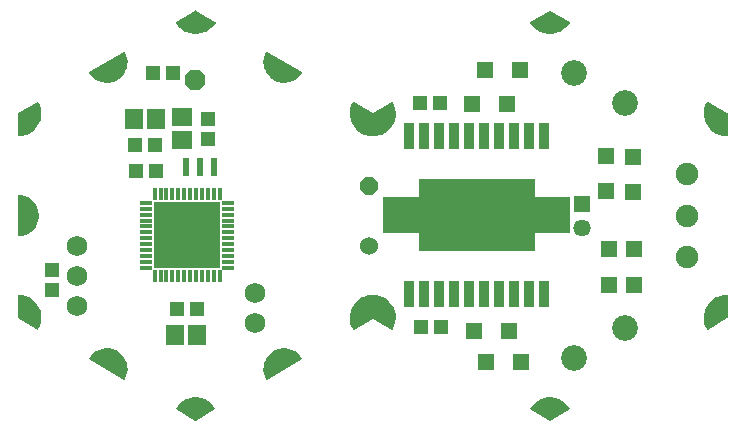
<source format=gbr>
G04 EAGLE Gerber RS-274X export*
G75*
%MOMM*%
%FSLAX34Y34*%
%LPD*%
%INSoldermask Bottom*%
%IPPOS*%
%AMOC8*
5,1,8,0,0,1.08239X$1,22.5*%
G01*
%ADD10R,0.603200X1.603197*%
%ADD11C,1.203200*%
%ADD12R,0.457200X1.016000*%
%ADD13R,1.016000X0.457200*%
%ADD14R,5.588000X5.588000*%
%ADD15P,1.869504X8X22.500000*%
%ADD16R,1.303200X1.203200*%
%ADD17R,1.703200X1.503200*%
%ADD18R,1.503200X1.703200*%
%ADD19C,1.727200*%
%ADD20R,0.903200X2.203200*%
%ADD21R,9.803200X6.203200*%
%ADD22R,3.253200X3.103200*%
%ADD23R,1.323200X1.443200*%
%ADD24C,1.903200*%
%ADD25R,1.443200X1.323200*%
%ADD26C,2.184400*%
%ADD27P,1.649562X8X112.500000*%
%ADD28C,1.524000*%
%ADD29R,1.461200X1.461200*%
%ADD30C,1.461200*%

G36*
X299252Y270303D02*
X299252Y270303D01*
X299265Y270302D01*
X302315Y270545D01*
X302347Y270554D01*
X302394Y270558D01*
X305366Y271286D01*
X305397Y271301D01*
X305442Y271312D01*
X305506Y271339D01*
X306682Y271838D01*
X307857Y272337D01*
X307858Y272337D01*
X308259Y272508D01*
X308287Y272527D01*
X308330Y272545D01*
X310918Y274177D01*
X310942Y274201D01*
X310982Y274225D01*
X313275Y276252D01*
X313295Y276279D01*
X313331Y276310D01*
X315269Y278678D01*
X315285Y278708D01*
X315314Y278744D01*
X316848Y281392D01*
X316858Y281424D01*
X316882Y281464D01*
X316935Y281604D01*
X317695Y283601D01*
X317885Y284100D01*
X317971Y284324D01*
X317976Y284357D01*
X317993Y284401D01*
X318609Y287398D01*
X318609Y287432D01*
X318618Y287478D01*
X318745Y290535D01*
X318740Y290569D01*
X318742Y290616D01*
X318377Y293654D01*
X318366Y293686D01*
X318361Y293732D01*
X317513Y296672D01*
X317497Y296702D01*
X317485Y296748D01*
X316176Y299514D01*
X316159Y299536D01*
X316149Y299563D01*
X316100Y299615D01*
X316057Y299673D01*
X316032Y299687D01*
X316013Y299708D01*
X315947Y299737D01*
X315885Y299773D01*
X315857Y299776D01*
X315831Y299788D01*
X315759Y299789D01*
X315688Y299798D01*
X315661Y299790D01*
X315632Y299791D01*
X315537Y299755D01*
X315497Y299744D01*
X315488Y299737D01*
X315476Y299733D01*
X299225Y290376D01*
X282974Y299733D01*
X282947Y299742D01*
X282923Y299758D01*
X282853Y299773D01*
X282785Y299796D01*
X282757Y299793D01*
X282729Y299799D01*
X282659Y299786D01*
X282587Y299780D01*
X282562Y299767D01*
X282534Y299761D01*
X282474Y299721D01*
X282411Y299688D01*
X282393Y299666D01*
X282369Y299650D01*
X282311Y299567D01*
X282284Y299535D01*
X282281Y299524D01*
X282274Y299514D01*
X280965Y296748D01*
X280957Y296715D01*
X280937Y296672D01*
X280089Y293732D01*
X280086Y293698D01*
X280073Y293654D01*
X279708Y290616D01*
X279711Y290582D01*
X279705Y290535D01*
X279832Y287478D01*
X279840Y287445D01*
X279841Y287398D01*
X280457Y284401D01*
X280470Y284370D01*
X280480Y284324D01*
X281568Y281464D01*
X281586Y281436D01*
X281603Y281392D01*
X283136Y278744D01*
X283158Y278718D01*
X283181Y278678D01*
X285119Y276310D01*
X285146Y276288D01*
X285175Y276252D01*
X287468Y274225D01*
X287497Y274209D01*
X287532Y274177D01*
X290120Y272545D01*
X290152Y272533D01*
X290191Y272508D01*
X293008Y271312D01*
X293041Y271305D01*
X293084Y271286D01*
X296056Y270558D01*
X296090Y270556D01*
X296135Y270545D01*
X299185Y270302D01*
X299214Y270306D01*
X299242Y270301D01*
X299252Y270303D01*
G37*
G36*
X315792Y106615D02*
X315792Y106615D01*
X315863Y106620D01*
X315888Y106633D01*
X315916Y106639D01*
X315976Y106679D01*
X316039Y106712D01*
X316057Y106734D01*
X316081Y106750D01*
X316139Y106833D01*
X316166Y106865D01*
X316169Y106876D01*
X316176Y106887D01*
X317485Y109653D01*
X317493Y109686D01*
X317513Y109728D01*
X318361Y112668D01*
X318364Y112702D01*
X318377Y112746D01*
X318742Y115784D01*
X318739Y115818D01*
X318745Y115865D01*
X318618Y118922D01*
X318610Y118955D01*
X318609Y119002D01*
X317993Y121999D01*
X317980Y122030D01*
X317971Y122076D01*
X316882Y124936D01*
X316864Y124965D01*
X316848Y125008D01*
X315314Y127656D01*
X315292Y127682D01*
X315269Y127723D01*
X313331Y130090D01*
X313304Y130112D01*
X313275Y130148D01*
X310982Y132175D01*
X310953Y132192D01*
X310918Y132223D01*
X308330Y133855D01*
X308298Y133867D01*
X308259Y133892D01*
X305442Y135088D01*
X305409Y135095D01*
X305366Y135114D01*
X302394Y135842D01*
X302360Y135844D01*
X302315Y135855D01*
X299265Y136098D01*
X299236Y136094D01*
X299208Y136099D01*
X299198Y136097D01*
X299185Y136098D01*
X296135Y135855D01*
X296103Y135846D01*
X296056Y135842D01*
X293084Y135114D01*
X293053Y135099D01*
X293008Y135088D01*
X292843Y135018D01*
X291668Y134519D01*
X290492Y134020D01*
X290191Y133892D01*
X290163Y133873D01*
X290120Y133855D01*
X287532Y132223D01*
X287508Y132199D01*
X287468Y132175D01*
X285175Y130148D01*
X285155Y130121D01*
X285119Y130090D01*
X283181Y127723D01*
X283165Y127692D01*
X283136Y127656D01*
X281603Y125008D01*
X281592Y124976D01*
X281568Y124936D01*
X280480Y122076D01*
X280474Y122043D01*
X280457Y121999D01*
X279841Y119002D01*
X279841Y118968D01*
X279832Y118922D01*
X279705Y115865D01*
X279710Y115831D01*
X279708Y115784D01*
X280073Y112746D01*
X280084Y112714D01*
X280089Y112668D01*
X280937Y109728D01*
X280953Y109698D01*
X280965Y109653D01*
X282274Y106887D01*
X282291Y106864D01*
X282301Y106837D01*
X282350Y106785D01*
X282393Y106727D01*
X282418Y106713D01*
X282437Y106692D01*
X282503Y106663D01*
X282565Y106627D01*
X282593Y106624D01*
X282619Y106612D01*
X282691Y106611D01*
X282762Y106602D01*
X282789Y106610D01*
X282818Y106610D01*
X282913Y106645D01*
X282953Y106656D01*
X282962Y106663D01*
X282974Y106667D01*
X299225Y116024D01*
X315476Y106667D01*
X315503Y106658D01*
X315527Y106642D01*
X315597Y106627D01*
X315665Y106604D01*
X315693Y106607D01*
X315721Y106601D01*
X315792Y106615D01*
G37*
G36*
X-748Y185704D02*
X-748Y185704D01*
X-734Y185702D01*
X2064Y185934D01*
X2098Y185944D01*
X2146Y185948D01*
X4867Y186637D01*
X4899Y186652D01*
X4945Y186664D01*
X7517Y187792D01*
X7545Y187812D01*
X7589Y187831D01*
X9940Y189367D01*
X9964Y189391D01*
X10005Y189417D01*
X12070Y191319D01*
X12083Y191336D01*
X12095Y191345D01*
X12106Y191361D01*
X12126Y191380D01*
X13851Y193595D01*
X13866Y193626D01*
X13896Y193664D01*
X15232Y196134D01*
X15242Y196167D01*
X15265Y196209D01*
X16177Y198865D01*
X16182Y198899D01*
X16197Y198945D01*
X16659Y201714D01*
X16658Y201749D01*
X16666Y201796D01*
X16666Y204604D01*
X16659Y204638D01*
X16659Y204686D01*
X16197Y207455D01*
X16185Y207488D01*
X16177Y207535D01*
X15265Y210191D01*
X15248Y210221D01*
X15232Y210266D01*
X13896Y212736D01*
X13874Y212762D01*
X13851Y212805D01*
X12126Y215020D01*
X12100Y215043D01*
X12070Y215081D01*
X10005Y216983D01*
X9975Y217001D01*
X9940Y217033D01*
X7589Y218569D01*
X7557Y218582D01*
X7517Y218608D01*
X4945Y219736D01*
X4912Y219743D01*
X4867Y219763D01*
X2146Y220452D01*
X2111Y220454D01*
X2064Y220466D01*
X-734Y220698D01*
X-763Y220694D01*
X-792Y220699D01*
X-861Y220683D01*
X-931Y220674D01*
X-957Y220660D01*
X-985Y220653D01*
X-1042Y220611D01*
X-1104Y220576D01*
X-1122Y220552D01*
X-1145Y220535D01*
X-1181Y220474D01*
X-1224Y220417D01*
X-1232Y220389D01*
X-1247Y220364D01*
X-1263Y220266D01*
X-1274Y220225D01*
X-1272Y220214D01*
X-1274Y220200D01*
X-1274Y186200D01*
X-1268Y186171D01*
X-1271Y186142D01*
X-1249Y186075D01*
X-1235Y186005D01*
X-1218Y185981D01*
X-1209Y185953D01*
X-1162Y185900D01*
X-1122Y185841D01*
X-1098Y185826D01*
X-1078Y185804D01*
X-1014Y185772D01*
X-955Y185734D01*
X-926Y185729D01*
X-900Y185717D01*
X-800Y185708D01*
X-758Y185701D01*
X-748Y185704D01*
G37*
G36*
X88991Y64314D02*
X88991Y64314D01*
X89062Y64320D01*
X89088Y64333D01*
X89116Y64339D01*
X89175Y64379D01*
X89238Y64411D01*
X89257Y64434D01*
X89281Y64450D01*
X89338Y64532D01*
X89365Y64565D01*
X89368Y64575D01*
X89376Y64587D01*
X90575Y67122D01*
X90583Y67156D01*
X90604Y67199D01*
X91369Y69897D01*
X91371Y69932D01*
X91385Y69978D01*
X91695Y72766D01*
X91692Y72794D01*
X91694Y72805D01*
X91693Y72810D01*
X91697Y72848D01*
X91545Y75648D01*
X91536Y75682D01*
X91533Y75730D01*
X90922Y78467D01*
X90908Y78499D01*
X90897Y78546D01*
X89844Y81145D01*
X89825Y81174D01*
X89807Y81218D01*
X88340Y83609D01*
X88316Y83634D01*
X88291Y83675D01*
X86450Y85791D01*
X86423Y85812D01*
X86391Y85849D01*
X84228Y87633D01*
X84197Y87649D01*
X84160Y87680D01*
X81732Y89084D01*
X81699Y89095D01*
X81657Y89119D01*
X79032Y90104D01*
X78997Y90110D01*
X78952Y90127D01*
X76200Y90666D01*
X76166Y90666D01*
X76118Y90675D01*
X73315Y90754D01*
X73281Y90749D01*
X73233Y90750D01*
X70454Y90367D01*
X70422Y90355D01*
X70374Y90349D01*
X67697Y89513D01*
X67666Y89496D01*
X67620Y89482D01*
X65117Y88218D01*
X65090Y88196D01*
X65047Y88174D01*
X62786Y86515D01*
X62763Y86489D01*
X62724Y86461D01*
X60767Y84452D01*
X60748Y84423D01*
X60714Y84388D01*
X59115Y82085D01*
X59103Y82058D01*
X59085Y82035D01*
X59064Y81967D01*
X59036Y81902D01*
X59036Y81873D01*
X59028Y81845D01*
X59036Y81774D01*
X59035Y81703D01*
X59046Y81676D01*
X59050Y81647D01*
X59084Y81585D01*
X59112Y81520D01*
X59133Y81499D01*
X59147Y81474D01*
X59223Y81411D01*
X59254Y81381D01*
X59264Y81377D01*
X59275Y81368D01*
X88675Y64368D01*
X88703Y64359D01*
X88727Y64342D01*
X88796Y64327D01*
X88864Y64305D01*
X88893Y64307D01*
X88921Y64301D01*
X88991Y64314D01*
G37*
G36*
X76118Y315725D02*
X76118Y315725D01*
X76152Y315733D01*
X76200Y315734D01*
X78952Y316273D01*
X78984Y316287D01*
X79032Y316296D01*
X81657Y317281D01*
X81687Y317299D01*
X81732Y317316D01*
X84160Y318720D01*
X84186Y318743D01*
X84228Y318767D01*
X86391Y320551D01*
X86413Y320578D01*
X86450Y320609D01*
X88291Y322725D01*
X88308Y322755D01*
X88340Y322791D01*
X89807Y325182D01*
X89818Y325214D01*
X89844Y325255D01*
X90897Y327854D01*
X90904Y327888D01*
X90922Y327933D01*
X91533Y330670D01*
X91534Y330705D01*
X91545Y330752D01*
X91697Y333552D01*
X91692Y333586D01*
X91695Y333634D01*
X91385Y336422D01*
X91374Y336455D01*
X91369Y336503D01*
X90604Y339201D01*
X90588Y339231D01*
X90575Y339278D01*
X89376Y341813D01*
X89359Y341837D01*
X89349Y341864D01*
X89300Y341916D01*
X89257Y341973D01*
X89232Y341987D01*
X89212Y342009D01*
X89147Y342037D01*
X89086Y342073D01*
X89057Y342076D01*
X89030Y342088D01*
X88959Y342089D01*
X88888Y342098D01*
X88860Y342090D01*
X88831Y342090D01*
X88738Y342056D01*
X88697Y342044D01*
X88688Y342037D01*
X88675Y342032D01*
X59275Y325032D01*
X59253Y325013D01*
X59227Y325000D01*
X59179Y324947D01*
X59126Y324900D01*
X59114Y324874D01*
X59094Y324852D01*
X59071Y324785D01*
X59041Y324721D01*
X59039Y324692D01*
X59030Y324664D01*
X59035Y324593D01*
X59032Y324522D01*
X59042Y324495D01*
X59044Y324466D01*
X59086Y324376D01*
X59101Y324336D01*
X59109Y324328D01*
X59115Y324315D01*
X60714Y322012D01*
X60740Y321988D01*
X60767Y321948D01*
X62724Y319939D01*
X62753Y319920D01*
X62786Y319885D01*
X65047Y318226D01*
X65078Y318211D01*
X65117Y318182D01*
X67620Y316918D01*
X67654Y316909D01*
X67697Y316887D01*
X70374Y316051D01*
X70408Y316048D01*
X70454Y316033D01*
X73233Y315650D01*
X73267Y315652D01*
X73315Y315646D01*
X76118Y315725D01*
G37*
G36*
X209590Y64310D02*
X209590Y64310D01*
X209619Y64310D01*
X209712Y64344D01*
X209753Y64356D01*
X209762Y64363D01*
X209775Y64368D01*
X239175Y81368D01*
X239197Y81387D01*
X239223Y81400D01*
X239271Y81453D01*
X239324Y81500D01*
X239336Y81526D01*
X239356Y81548D01*
X239379Y81615D01*
X239409Y81679D01*
X239411Y81708D01*
X239420Y81736D01*
X239415Y81807D01*
X239418Y81878D01*
X239408Y81905D01*
X239406Y81934D01*
X239364Y82024D01*
X239349Y82064D01*
X239341Y82072D01*
X239335Y82085D01*
X237736Y84388D01*
X237711Y84412D01*
X237683Y84452D01*
X235726Y86461D01*
X235697Y86480D01*
X235664Y86515D01*
X233403Y88174D01*
X233372Y88189D01*
X233333Y88218D01*
X230830Y89482D01*
X230796Y89491D01*
X230753Y89513D01*
X228076Y90349D01*
X228042Y90352D01*
X227996Y90367D01*
X225217Y90750D01*
X225183Y90748D01*
X225135Y90754D01*
X222332Y90675D01*
X222298Y90667D01*
X222250Y90666D01*
X219498Y90127D01*
X219466Y90113D01*
X219418Y90104D01*
X216793Y89119D01*
X216763Y89101D01*
X216718Y89084D01*
X214290Y87680D01*
X214264Y87657D01*
X214223Y87633D01*
X212059Y85849D01*
X212037Y85822D01*
X212000Y85791D01*
X210159Y83675D01*
X210142Y83645D01*
X210111Y83609D01*
X208643Y81218D01*
X208632Y81186D01*
X208606Y81145D01*
X207553Y78546D01*
X207546Y78512D01*
X207528Y78467D01*
X206917Y75730D01*
X206916Y75695D01*
X206905Y75648D01*
X206753Y72848D01*
X206758Y72814D01*
X206755Y72766D01*
X207065Y69978D01*
X207076Y69945D01*
X207081Y69897D01*
X207846Y67199D01*
X207862Y67169D01*
X207875Y67122D01*
X209074Y64587D01*
X209091Y64563D01*
X209101Y64536D01*
X209150Y64484D01*
X209193Y64427D01*
X209218Y64413D01*
X209238Y64392D01*
X209303Y64363D01*
X209365Y64327D01*
X209393Y64324D01*
X209420Y64312D01*
X209491Y64311D01*
X209562Y64302D01*
X209590Y64310D01*
G37*
G36*
X225169Y315652D02*
X225169Y315652D01*
X225217Y315650D01*
X227996Y316033D01*
X228028Y316045D01*
X228076Y316051D01*
X230753Y316887D01*
X230784Y316904D01*
X230830Y316918D01*
X233333Y318182D01*
X233360Y318204D01*
X233403Y318226D01*
X235664Y319885D01*
X235687Y319911D01*
X235726Y319939D01*
X237683Y321948D01*
X237702Y321977D01*
X237736Y322012D01*
X239335Y324315D01*
X239347Y324342D01*
X239365Y324365D01*
X239386Y324433D01*
X239414Y324498D01*
X239414Y324527D01*
X239422Y324555D01*
X239414Y324626D01*
X239415Y324697D01*
X239404Y324724D01*
X239400Y324753D01*
X239366Y324815D01*
X239338Y324880D01*
X239317Y324901D01*
X239303Y324926D01*
X239227Y324989D01*
X239196Y325019D01*
X239186Y325023D01*
X239175Y325032D01*
X209775Y342032D01*
X209747Y342041D01*
X209723Y342058D01*
X209654Y342073D01*
X209586Y342095D01*
X209557Y342093D01*
X209529Y342099D01*
X209459Y342086D01*
X209388Y342080D01*
X209362Y342067D01*
X209334Y342061D01*
X209275Y342021D01*
X209212Y341989D01*
X209193Y341966D01*
X209169Y341950D01*
X209112Y341868D01*
X209085Y341835D01*
X209082Y341825D01*
X209074Y341813D01*
X207875Y339278D01*
X207867Y339244D01*
X207846Y339201D01*
X207081Y336503D01*
X207079Y336468D01*
X207065Y336422D01*
X206755Y333634D01*
X206757Y333607D01*
X206757Y333602D01*
X206758Y333597D01*
X206753Y333552D01*
X206905Y330752D01*
X206914Y330718D01*
X206917Y330670D01*
X207528Y327933D01*
X207542Y327901D01*
X207553Y327854D01*
X208606Y325255D01*
X208625Y325226D01*
X208643Y325182D01*
X210111Y322791D01*
X210134Y322766D01*
X210159Y322725D01*
X212000Y320609D01*
X212027Y320588D01*
X212059Y320551D01*
X214223Y318767D01*
X214253Y318751D01*
X214290Y318720D01*
X216718Y317316D01*
X216751Y317305D01*
X216793Y317281D01*
X219418Y316296D01*
X219453Y316290D01*
X219498Y316273D01*
X222250Y315734D01*
X222285Y315734D01*
X222332Y315725D01*
X225135Y315646D01*
X225169Y315652D01*
G37*
G36*
X-767Y270264D02*
X-767Y270264D01*
X-753Y270263D01*
X2303Y270510D01*
X2336Y270519D01*
X2382Y270523D01*
X5359Y271256D01*
X5390Y271271D01*
X5436Y271282D01*
X8257Y272484D01*
X8284Y272503D01*
X8328Y272521D01*
X10919Y274160D01*
X10944Y274183D01*
X10983Y274208D01*
X13278Y276241D01*
X13299Y276268D01*
X13334Y276299D01*
X15273Y278674D01*
X15289Y278704D01*
X15319Y278740D01*
X16852Y281396D01*
X16863Y281428D01*
X16887Y281468D01*
X17974Y284335D01*
X17979Y284369D01*
X17996Y284413D01*
X18609Y287417D01*
X18610Y287451D01*
X18619Y287497D01*
X18743Y290560D01*
X18737Y290594D01*
X18739Y290640D01*
X18370Y293684D01*
X18359Y293717D01*
X18354Y293763D01*
X17501Y296708D01*
X17485Y296738D01*
X17472Y296783D01*
X16158Y299553D01*
X16140Y299577D01*
X16130Y299604D01*
X16081Y299656D01*
X16038Y299713D01*
X16013Y299727D01*
X15993Y299748D01*
X15928Y299777D01*
X15866Y299812D01*
X15838Y299816D01*
X15811Y299828D01*
X15740Y299828D01*
X15669Y299837D01*
X15641Y299829D01*
X15612Y299830D01*
X15519Y299795D01*
X15478Y299783D01*
X15469Y299776D01*
X15457Y299771D01*
X-1021Y290232D01*
X-1078Y290181D01*
X-1140Y290136D01*
X-1152Y290116D01*
X-1170Y290100D01*
X-1203Y290031D01*
X-1242Y289965D01*
X-1246Y289939D01*
X-1255Y289921D01*
X-1257Y289876D01*
X-1270Y289801D01*
X-1293Y270761D01*
X-1287Y270733D01*
X-1289Y270704D01*
X-1267Y270636D01*
X-1253Y270566D01*
X-1237Y270542D01*
X-1228Y270515D01*
X-1181Y270461D01*
X-1141Y270402D01*
X-1117Y270387D01*
X-1098Y270365D01*
X-1033Y270333D01*
X-973Y270295D01*
X-945Y270290D01*
X-919Y270277D01*
X-819Y270269D01*
X-777Y270262D01*
X-767Y270264D01*
G37*
G36*
X15772Y106575D02*
X15772Y106575D01*
X15843Y106580D01*
X15869Y106594D01*
X15897Y106599D01*
X15957Y106639D01*
X16020Y106672D01*
X16038Y106694D01*
X16062Y106710D01*
X16120Y106792D01*
X16147Y106825D01*
X16150Y106835D01*
X16158Y106847D01*
X17472Y109617D01*
X17480Y109650D01*
X17501Y109692D01*
X18354Y112637D01*
X18356Y112671D01*
X18370Y112716D01*
X18739Y115760D01*
X18737Y115793D01*
X18743Y115840D01*
X18619Y118904D01*
X18611Y118936D01*
X18609Y118983D01*
X17996Y121988D01*
X17983Y122019D01*
X17974Y122065D01*
X16887Y124932D01*
X16868Y124960D01*
X16852Y125004D01*
X15319Y127660D01*
X15296Y127685D01*
X15273Y127726D01*
X13334Y130101D01*
X13308Y130122D01*
X13278Y130159D01*
X10983Y132192D01*
X10954Y132209D01*
X10919Y132240D01*
X8328Y133879D01*
X8296Y133891D01*
X8257Y133916D01*
X5436Y135118D01*
X5402Y135125D01*
X5359Y135144D01*
X2382Y135877D01*
X2348Y135879D01*
X2303Y135890D01*
X-753Y136137D01*
X-782Y136134D01*
X-810Y136138D01*
X-880Y136122D01*
X-951Y136113D01*
X-976Y136099D01*
X-1004Y136092D01*
X-1061Y136050D01*
X-1123Y136014D01*
X-1141Y135991D01*
X-1164Y135974D01*
X-1200Y135913D01*
X-1243Y135856D01*
X-1250Y135828D01*
X-1265Y135803D01*
X-1282Y135704D01*
X-1292Y135663D01*
X-1290Y135652D01*
X-1293Y135639D01*
X-1270Y116599D01*
X-1254Y116524D01*
X-1246Y116448D01*
X-1235Y116427D01*
X-1230Y116405D01*
X-1186Y116341D01*
X-1149Y116274D01*
X-1129Y116258D01*
X-1117Y116241D01*
X-1080Y116217D01*
X-1021Y116168D01*
X15457Y106629D01*
X15484Y106619D01*
X15508Y106603D01*
X15577Y106588D01*
X15645Y106565D01*
X15674Y106567D01*
X15702Y106561D01*
X15772Y106575D01*
G37*
G36*
X449241Y29511D02*
X449241Y29511D01*
X449318Y29510D01*
X449342Y29519D01*
X449363Y29520D01*
X449402Y29541D01*
X449474Y29567D01*
X465974Y39067D01*
X465996Y39086D01*
X466022Y39099D01*
X466056Y39137D01*
X466059Y39139D01*
X466062Y39143D01*
X466070Y39152D01*
X466123Y39199D01*
X466136Y39225D01*
X466155Y39247D01*
X466178Y39314D01*
X466209Y39378D01*
X466211Y39407D01*
X466220Y39434D01*
X466215Y39506D01*
X466218Y39577D01*
X466208Y39604D01*
X466206Y39633D01*
X466164Y39723D01*
X466149Y39763D01*
X466142Y39771D01*
X466136Y39784D01*
X464394Y42307D01*
X464370Y42331D01*
X464343Y42369D01*
X462219Y44581D01*
X462191Y44600D01*
X462159Y44634D01*
X459708Y46476D01*
X459677Y46490D01*
X459640Y46519D01*
X456925Y47944D01*
X456892Y47953D01*
X456851Y47975D01*
X453943Y48946D01*
X453916Y48949D01*
X453907Y48951D01*
X453865Y48965D01*
X450838Y49457D01*
X450804Y49456D01*
X450758Y49464D01*
X447692Y49464D01*
X447659Y49457D01*
X447612Y49457D01*
X444585Y48965D01*
X444554Y48953D01*
X444507Y48946D01*
X441599Y47975D01*
X441570Y47958D01*
X441525Y47944D01*
X438810Y46519D01*
X438784Y46497D01*
X438742Y46476D01*
X436291Y44634D01*
X436268Y44609D01*
X436231Y44581D01*
X434107Y42369D01*
X434089Y42341D01*
X434056Y42307D01*
X432314Y39784D01*
X432303Y39757D01*
X432284Y39735D01*
X432264Y39666D01*
X432236Y39601D01*
X432236Y39572D01*
X432228Y39544D01*
X432236Y39473D01*
X432236Y39402D01*
X432247Y39375D01*
X432250Y39346D01*
X432285Y39284D01*
X432313Y39219D01*
X432333Y39198D01*
X432348Y39173D01*
X432411Y39121D01*
X432415Y39116D01*
X432424Y39110D01*
X432425Y39110D01*
X432455Y39080D01*
X432465Y39076D01*
X432476Y39067D01*
X448976Y29567D01*
X449049Y29543D01*
X449119Y29512D01*
X449143Y29512D01*
X449165Y29504D01*
X449241Y29511D01*
G37*
G36*
X149241Y29511D02*
X149241Y29511D01*
X149318Y29510D01*
X149342Y29519D01*
X149363Y29520D01*
X149402Y29541D01*
X149474Y29567D01*
X165974Y39067D01*
X165996Y39086D01*
X166022Y39099D01*
X166056Y39137D01*
X166059Y39139D01*
X166062Y39143D01*
X166070Y39152D01*
X166123Y39199D01*
X166136Y39225D01*
X166155Y39247D01*
X166178Y39314D01*
X166209Y39378D01*
X166211Y39407D01*
X166220Y39434D01*
X166215Y39506D01*
X166218Y39577D01*
X166208Y39604D01*
X166206Y39633D01*
X166164Y39723D01*
X166149Y39763D01*
X166142Y39771D01*
X166136Y39784D01*
X164394Y42307D01*
X164370Y42331D01*
X164343Y42369D01*
X162219Y44581D01*
X162191Y44600D01*
X162159Y44634D01*
X159708Y46476D01*
X159677Y46490D01*
X159640Y46519D01*
X156925Y47944D01*
X156892Y47953D01*
X156851Y47975D01*
X153943Y48946D01*
X153916Y48949D01*
X153907Y48951D01*
X153865Y48965D01*
X150838Y49457D01*
X150804Y49456D01*
X150758Y49464D01*
X147692Y49464D01*
X147659Y49457D01*
X147612Y49457D01*
X144585Y48965D01*
X144554Y48953D01*
X144507Y48946D01*
X141599Y47975D01*
X141570Y47958D01*
X141525Y47944D01*
X138810Y46519D01*
X138784Y46497D01*
X138742Y46476D01*
X136291Y44634D01*
X136268Y44609D01*
X136231Y44581D01*
X134107Y42369D01*
X134089Y42341D01*
X134056Y42307D01*
X132314Y39784D01*
X132303Y39757D01*
X132284Y39735D01*
X132264Y39666D01*
X132236Y39601D01*
X132236Y39572D01*
X132228Y39544D01*
X132236Y39473D01*
X132236Y39402D01*
X132247Y39375D01*
X132250Y39346D01*
X132285Y39284D01*
X132313Y39219D01*
X132333Y39198D01*
X132348Y39173D01*
X132411Y39121D01*
X132415Y39116D01*
X132424Y39110D01*
X132425Y39110D01*
X132455Y39080D01*
X132465Y39076D01*
X132476Y39067D01*
X148976Y29567D01*
X149049Y29543D01*
X149119Y29512D01*
X149143Y29512D01*
X149165Y29504D01*
X149241Y29511D01*
G37*
G36*
X150791Y356943D02*
X150791Y356943D01*
X150838Y356943D01*
X153865Y357435D01*
X153896Y357447D01*
X153943Y357454D01*
X156851Y358425D01*
X156881Y358442D01*
X156925Y358456D01*
X159640Y359881D01*
X159666Y359903D01*
X159708Y359924D01*
X162159Y361766D01*
X162182Y361791D01*
X162219Y361819D01*
X164343Y364031D01*
X164361Y364059D01*
X164394Y364093D01*
X166136Y366616D01*
X166147Y366643D01*
X166166Y366665D01*
X166186Y366734D01*
X166214Y366799D01*
X166214Y366828D01*
X166222Y366856D01*
X166214Y366927D01*
X166215Y366998D01*
X166203Y367025D01*
X166200Y367054D01*
X166165Y367116D01*
X166137Y367181D01*
X166117Y367202D01*
X166102Y367227D01*
X166025Y367290D01*
X165995Y367320D01*
X165985Y367324D01*
X165974Y367333D01*
X149474Y376833D01*
X149401Y376857D01*
X149331Y376888D01*
X149307Y376888D01*
X149285Y376896D01*
X149209Y376890D01*
X149132Y376891D01*
X149108Y376881D01*
X149087Y376880D01*
X149048Y376859D01*
X148976Y376833D01*
X132476Y367333D01*
X132454Y367314D01*
X132428Y367301D01*
X132380Y367248D01*
X132327Y367201D01*
X132314Y367175D01*
X132295Y367154D01*
X132272Y367086D01*
X132241Y367022D01*
X132240Y366993D01*
X132230Y366966D01*
X132235Y366894D01*
X132232Y366823D01*
X132242Y366796D01*
X132244Y366767D01*
X132286Y366677D01*
X132301Y366637D01*
X132308Y366629D01*
X132314Y366616D01*
X134056Y364093D01*
X134080Y364069D01*
X134107Y364031D01*
X136231Y361819D01*
X136259Y361800D01*
X136291Y361766D01*
X138742Y359924D01*
X138773Y359910D01*
X138810Y359881D01*
X141525Y358456D01*
X141558Y358447D01*
X141599Y358425D01*
X144507Y357454D01*
X144541Y357450D01*
X144585Y357435D01*
X147612Y356943D01*
X147646Y356944D01*
X147692Y356936D01*
X150758Y356936D01*
X150791Y356943D01*
G37*
G36*
X450791Y356943D02*
X450791Y356943D01*
X450838Y356943D01*
X453865Y357435D01*
X453896Y357447D01*
X453943Y357454D01*
X456851Y358425D01*
X456881Y358442D01*
X456925Y358456D01*
X459640Y359881D01*
X459666Y359903D01*
X459708Y359924D01*
X462159Y361766D01*
X462182Y361791D01*
X462219Y361819D01*
X464343Y364031D01*
X464361Y364059D01*
X464394Y364093D01*
X466136Y366616D01*
X466147Y366643D01*
X466166Y366665D01*
X466186Y366734D01*
X466214Y366799D01*
X466214Y366828D01*
X466222Y366856D01*
X466214Y366927D01*
X466215Y366998D01*
X466203Y367025D01*
X466200Y367054D01*
X466165Y367116D01*
X466137Y367181D01*
X466117Y367202D01*
X466102Y367227D01*
X466025Y367290D01*
X465995Y367320D01*
X465985Y367324D01*
X465974Y367333D01*
X449474Y376833D01*
X449401Y376857D01*
X449331Y376888D01*
X449307Y376888D01*
X449285Y376896D01*
X449209Y376890D01*
X449132Y376891D01*
X449108Y376881D01*
X449087Y376880D01*
X449048Y376859D01*
X448976Y376833D01*
X432476Y367333D01*
X432454Y367314D01*
X432428Y367301D01*
X432380Y367248D01*
X432327Y367201D01*
X432314Y367175D01*
X432295Y367154D01*
X432272Y367086D01*
X432241Y367022D01*
X432240Y366993D01*
X432230Y366966D01*
X432235Y366894D01*
X432232Y366823D01*
X432242Y366796D01*
X432244Y366767D01*
X432286Y366677D01*
X432301Y366637D01*
X432308Y366629D01*
X432314Y366616D01*
X434056Y364093D01*
X434080Y364069D01*
X434107Y364031D01*
X436231Y361819D01*
X436259Y361800D01*
X436291Y361766D01*
X438742Y359924D01*
X438773Y359910D01*
X438810Y359881D01*
X441525Y358456D01*
X441558Y358447D01*
X441599Y358425D01*
X444507Y357454D01*
X444541Y357450D01*
X444585Y357435D01*
X447612Y356943D01*
X447646Y356944D01*
X447692Y356936D01*
X450758Y356936D01*
X450791Y356943D01*
G37*
G36*
X599311Y270318D02*
X599311Y270318D01*
X599383Y270326D01*
X599407Y270341D01*
X599435Y270347D01*
X599493Y270390D01*
X599555Y270426D01*
X599572Y270448D01*
X599595Y270465D01*
X599632Y270527D01*
X599675Y270584D01*
X599682Y270612D01*
X599697Y270636D01*
X599713Y270736D01*
X599724Y270777D01*
X599722Y270787D01*
X599724Y270800D01*
X599724Y289800D01*
X599709Y289876D01*
X599700Y289954D01*
X599689Y289973D01*
X599685Y289995D01*
X599641Y290059D01*
X599602Y290127D01*
X599583Y290143D01*
X599572Y290159D01*
X599534Y290183D01*
X599474Y290233D01*
X582974Y299733D01*
X582947Y299742D01*
X582923Y299758D01*
X582853Y299773D01*
X582785Y299796D01*
X582757Y299793D01*
X582729Y299799D01*
X582659Y299786D01*
X582587Y299780D01*
X582562Y299767D01*
X582534Y299761D01*
X582474Y299721D01*
X582411Y299688D01*
X582393Y299666D01*
X582369Y299650D01*
X582311Y299567D01*
X582284Y299535D01*
X582281Y299524D01*
X582274Y299514D01*
X580965Y296748D01*
X580957Y296715D01*
X580937Y296672D01*
X580089Y293732D01*
X580086Y293698D01*
X580073Y293654D01*
X579708Y290616D01*
X579711Y290582D01*
X579705Y290535D01*
X579832Y287478D01*
X579840Y287445D01*
X579841Y287398D01*
X580457Y284401D01*
X580470Y284370D01*
X580480Y284324D01*
X581568Y281464D01*
X581586Y281436D01*
X581603Y281392D01*
X583136Y278744D01*
X583158Y278718D01*
X583181Y278678D01*
X585119Y276310D01*
X585146Y276288D01*
X585175Y276252D01*
X587468Y274225D01*
X587497Y274209D01*
X587532Y274177D01*
X590120Y272545D01*
X590152Y272533D01*
X590191Y272508D01*
X593008Y271312D01*
X593041Y271305D01*
X593084Y271286D01*
X596056Y270558D01*
X596090Y270556D01*
X596135Y270545D01*
X599185Y270302D01*
X599214Y270306D01*
X599242Y270301D01*
X599311Y270318D01*
G37*
G36*
X582789Y106610D02*
X582789Y106610D01*
X582818Y106610D01*
X582913Y106645D01*
X582953Y106656D01*
X582962Y106663D01*
X582974Y106667D01*
X599474Y116167D01*
X599533Y116219D01*
X599595Y116265D01*
X599606Y116284D01*
X599623Y116299D01*
X599657Y116369D01*
X599697Y116436D01*
X599701Y116461D01*
X599709Y116478D01*
X599711Y116523D01*
X599724Y116600D01*
X599724Y135600D01*
X599719Y135628D01*
X599721Y135656D01*
X599699Y135724D01*
X599685Y135795D01*
X599669Y135818D01*
X599660Y135845D01*
X599613Y135900D01*
X599572Y135959D01*
X599548Y135974D01*
X599530Y135996D01*
X599465Y136027D01*
X599405Y136066D01*
X599377Y136071D01*
X599351Y136083D01*
X599250Y136092D01*
X599208Y136099D01*
X599198Y136097D01*
X599185Y136098D01*
X596135Y135855D01*
X596103Y135846D01*
X596056Y135842D01*
X593084Y135114D01*
X593053Y135099D01*
X593008Y135088D01*
X592843Y135018D01*
X591668Y134519D01*
X590492Y134020D01*
X590191Y133892D01*
X590163Y133873D01*
X590120Y133855D01*
X587532Y132223D01*
X587508Y132199D01*
X587468Y132175D01*
X585175Y130148D01*
X585155Y130121D01*
X585119Y130090D01*
X583181Y127723D01*
X583165Y127692D01*
X583136Y127656D01*
X581603Y125008D01*
X581592Y124976D01*
X581568Y124936D01*
X580480Y122076D01*
X580474Y122043D01*
X580457Y121999D01*
X579841Y119002D01*
X579841Y118968D01*
X579832Y118922D01*
X579705Y115865D01*
X579710Y115831D01*
X579708Y115784D01*
X580073Y112746D01*
X580084Y112714D01*
X580089Y112668D01*
X580937Y109728D01*
X580953Y109698D01*
X580965Y109653D01*
X582274Y106887D01*
X582291Y106864D01*
X582301Y106837D01*
X582350Y106785D01*
X582393Y106727D01*
X582418Y106713D01*
X582437Y106692D01*
X582503Y106663D01*
X582565Y106627D01*
X582593Y106624D01*
X582619Y106612D01*
X582691Y106611D01*
X582762Y106602D01*
X582789Y106610D01*
G37*
D10*
X165194Y244475D03*
X153194Y244475D03*
X141194Y244475D03*
D11*
X149225Y368400D03*
X299945Y280720D03*
X299945Y125680D03*
X149225Y38000D03*
X77725Y327100D03*
X220725Y327100D03*
X220725Y79300D03*
X77725Y79300D03*
X449225Y368400D03*
X592325Y285800D03*
X592325Y120600D03*
X449225Y38000D03*
X6158Y285800D03*
X6158Y120600D03*
X6125Y203200D03*
D12*
X114574Y221075D03*
X119575Y221075D03*
X124577Y221075D03*
X129578Y221075D03*
X134579Y221075D03*
X139580Y221075D03*
X144582Y221075D03*
X149583Y221075D03*
X154584Y221075D03*
X159585Y221075D03*
X164587Y221075D03*
X169588Y221075D03*
D13*
X176625Y214038D03*
X176625Y209037D03*
X176625Y204035D03*
X176625Y199034D03*
X176625Y194033D03*
X176625Y189032D03*
X176625Y184030D03*
X176625Y179029D03*
X176625Y174028D03*
X176625Y169027D03*
X176625Y164025D03*
X176625Y159024D03*
D12*
X169588Y151987D03*
X164587Y151987D03*
X159585Y151987D03*
X154584Y151987D03*
X149583Y151987D03*
X144582Y151987D03*
X139580Y151987D03*
X134579Y151987D03*
X129578Y151987D03*
X124577Y151987D03*
X119575Y151987D03*
X114574Y151987D03*
D13*
X107537Y159024D03*
X107537Y164025D03*
X107537Y169027D03*
X107537Y174028D03*
X107537Y179029D03*
X107537Y184030D03*
X107537Y189032D03*
X107537Y194033D03*
X107537Y199034D03*
X107537Y204035D03*
X107537Y209037D03*
X107537Y214038D03*
D14*
X142081Y186531D03*
D15*
X148431Y318294D03*
D16*
X27781Y139931D03*
X27781Y156931D03*
X159544Y267725D03*
X159544Y284725D03*
X129944Y323850D03*
X112944Y323850D03*
X97863Y262731D03*
X114863Y262731D03*
X98656Y241300D03*
X115656Y241300D03*
X133581Y123825D03*
X150581Y123825D03*
D17*
X138113Y286519D03*
X138113Y267519D03*
D18*
X96863Y284956D03*
X115863Y284956D03*
X131788Y102394D03*
X150788Y102394D03*
D19*
X49213Y177800D03*
X49213Y152400D03*
X49213Y127000D03*
D20*
X444500Y136994D03*
X431800Y136994D03*
X419100Y136994D03*
X406400Y136994D03*
X393700Y136994D03*
X381000Y136994D03*
X368300Y136994D03*
X355600Y136994D03*
X342900Y136994D03*
X330200Y136994D03*
X330200Y270994D03*
X342900Y270994D03*
X355600Y270994D03*
X368300Y270994D03*
X381000Y270994D03*
X393700Y270994D03*
X406400Y270994D03*
X419100Y270994D03*
X431800Y270994D03*
X444500Y270994D03*
D21*
X387350Y203994D03*
D22*
X450350Y203994D03*
X324350Y203994D03*
D23*
X499269Y174544D03*
X499269Y144544D03*
D24*
X565229Y168200D03*
X565229Y203200D03*
X565229Y238200D03*
D19*
X199231Y111919D03*
X199231Y137319D03*
D16*
X356067Y298164D03*
X339067Y298164D03*
X356861Y108744D03*
X339861Y108744D03*
D23*
X496888Y223919D03*
X496888Y253919D03*
X519906Y223125D03*
X519906Y253125D03*
X520700Y174544D03*
X520700Y144544D03*
D25*
X425112Y79280D03*
X395112Y79280D03*
X413206Y297752D03*
X383206Y297752D03*
X424038Y326485D03*
X394038Y326485D03*
X414793Y105569D03*
X384793Y105569D03*
D26*
X469532Y83033D03*
X513130Y108102D03*
X512801Y298825D03*
X469290Y324047D03*
D27*
X296069Y228600D03*
D28*
X296069Y177800D03*
D29*
X476250Y213000D03*
D30*
X476250Y193000D03*
M02*

</source>
